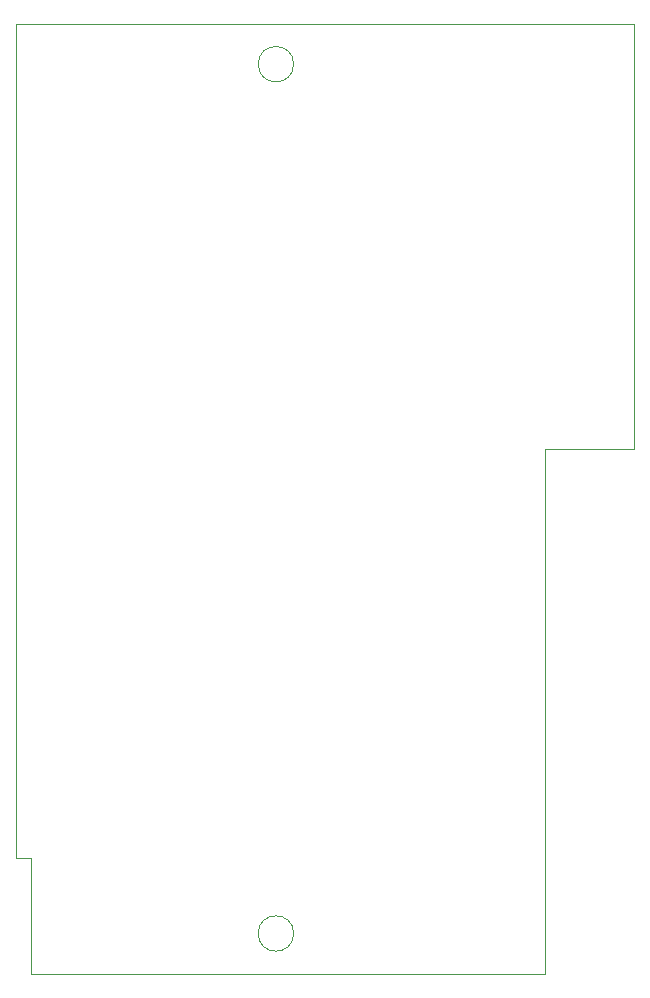
<source format=gbr>
%TF.GenerationSoftware,KiCad,Pcbnew,7.0.10*%
%TF.CreationDate,2025-01-07T15:55:25-07:00*%
%TF.ProjectId,HATB_ver_8.3.1,48415442-5f76-4657-925f-382e332e312e,8.3.1*%
%TF.SameCoordinates,Original*%
%TF.FileFunction,Profile,NP*%
%FSLAX46Y46*%
G04 Gerber Fmt 4.6, Leading zero omitted, Abs format (unit mm)*
G04 Created by KiCad (PCBNEW 7.0.10) date 2025-01-07 15:55:25*
%MOMM*%
%LPD*%
G01*
G04 APERTURE LIST*
%TA.AperFunction,Profile*%
%ADD10C,0.100000*%
%TD*%
G04 APERTURE END LIST*
D10*
X219440000Y-49800000D02*
X167140000Y-49800000D01*
X168440000Y-130200000D02*
X168440000Y-120400000D01*
X167140000Y-49800000D02*
X167140000Y-120400000D01*
X167140000Y-120400000D02*
X168440000Y-120400000D01*
X190640000Y-126800000D02*
G75*
G03*
X187640000Y-126800000I-1500000J0D01*
G01*
X187640000Y-126800000D02*
G75*
G03*
X190640000Y-126800000I1500000J0D01*
G01*
X219440000Y-85800000D02*
X211940000Y-85800000D01*
X219440000Y-49800000D02*
X219440000Y-85800000D01*
X168440000Y-130200000D02*
X211940000Y-130200000D01*
X211940000Y-130200000D02*
X211940000Y-85800000D01*
X190640000Y-53200000D02*
G75*
G03*
X187640000Y-53200000I-1500000J0D01*
G01*
X187640000Y-53200000D02*
G75*
G03*
X190640000Y-53200000I1500000J0D01*
G01*
M02*

</source>
